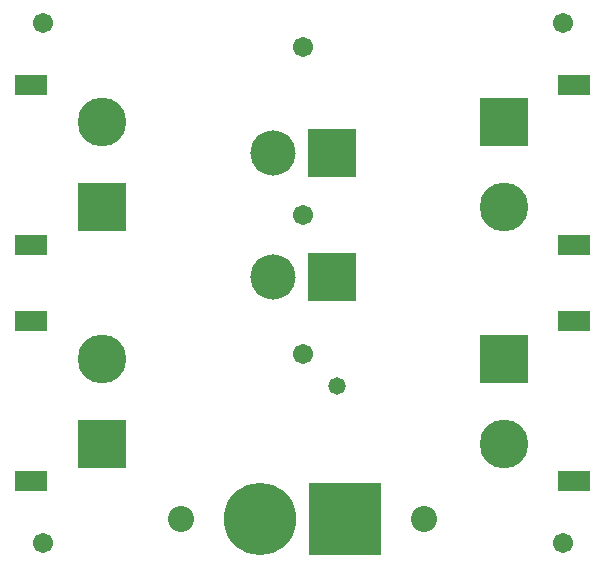
<source format=gbs>
G04*
G04 #@! TF.GenerationSoftware,Altium Limited,Altium Designer,24.1.2 (44)*
G04*
G04 Layer_Color=16711935*
%FSLAX44Y44*%
%MOMM*%
G71*
G04*
G04 #@! TF.SameCoordinates,F43E2160-E374-468F-ACC1-47B17D48A15B*
G04*
G04*
G04 #@! TF.FilePolarity,Negative*
G04*
G01*
G75*
%ADD16C,1.7032*%
%ADD17C,4.1270*%
%ADD18R,4.1270X4.1270*%
%ADD19R,2.8270X1.7270*%
%ADD20C,2.2032*%
%ADD21R,6.1270X6.1270*%
%ADD22C,6.1270*%
%ADD23R,4.1270X4.1270*%
%ADD24C,3.8270*%
%ADD25C,1.4732*%
D16*
X250000Y450000D02*
D03*
Y190000D02*
D03*
Y307500D02*
D03*
X470000Y30000D02*
D03*
Y470000D02*
D03*
X30000Y30000D02*
D03*
Y470000D02*
D03*
D17*
X80000Y386000D02*
D03*
X420000Y114000D02*
D03*
Y314000D02*
D03*
X80000Y186000D02*
D03*
D18*
Y314000D02*
D03*
X420000Y186000D02*
D03*
Y386000D02*
D03*
X80000Y114000D02*
D03*
D19*
X20000Y417500D02*
D03*
Y282500D02*
D03*
X480000Y82500D02*
D03*
Y217500D02*
D03*
Y282500D02*
D03*
Y417500D02*
D03*
X20000Y217500D02*
D03*
Y82500D02*
D03*
D20*
X353000Y50000D02*
D03*
X147000D02*
D03*
D21*
X286000D02*
D03*
D22*
X214000D02*
D03*
D23*
X275000Y255000D02*
D03*
Y360000D02*
D03*
D24*
X225000Y255000D02*
D03*
Y360000D02*
D03*
D25*
X278892Y163068D02*
D03*
M02*

</source>
